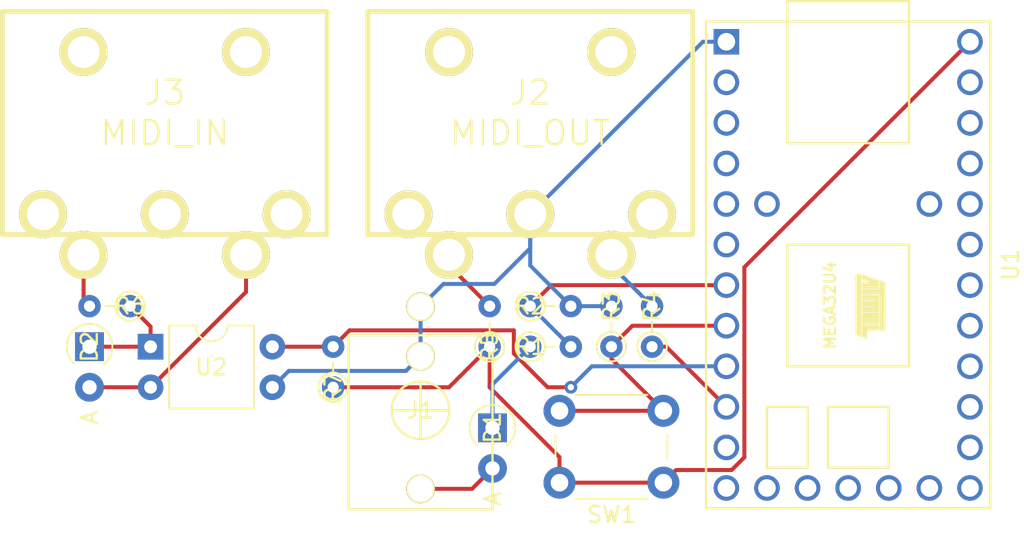
<source format=kicad_pcb>
(kicad_pcb (version 20211014) (generator pcbnew)
  (layers (0 "F.Cu" signal) (31 "B.Cu" signal) (34 "B.Paste" user) (35 "F.Paste" user) (36 "B.SilkS" user "B.Silkscreen") (37 "F.SilkS" user "F.Silkscreen") (38 "B.Mask" user) (39 "F.Mask" user) (44 "Edge.Cuts" user))
  (net 0 "")
  (net 1 "Net-(D1-Pad1)")
  (net 2 "Net-(D1-Pad2)")
  (net 3 "Net-(D2-Pad1)")
  (net 4 "Net-(D2-Pad2)")
  (net 6 "Net-(J2-Pad5)")
  (net 7 "GND")
  (net 8 "Net-(J2-Pad4)")
  (net 12 "Net-(J3-Pad4)")
  (net 14 "Net-(R1-Pad2)")
  (net 15 "Net-(R3-Pad1)")
  (net 16 "Net-(R4-Pad1)")
  (net 17 "+5V")
  (net 18 "Net-(R7-Pad2)")
  (footprint "kicad-official/Diode_THT.pretty:D_A-405_P2.54mm_Vertical_AnodeUp" (layer "F.Cu") (at 122.29 109.22 -90)
    (fp_text reference "D2" (at 0 0 -90) (layer "F.SilkS"))
    (fp_text value "1N4148")
    (fp_text user "A" (at 4.44 0 -90) (layer "F.SilkS"))
    (fp_arc (start 1.05385 0.968866) (mid -1.430816 -0.045469) (end 1.113239 -0.9) (layer "F.SilkS") (width 0.12))
    (pad "1" thru_hole rect (at 0 0 270) (size 1.8 1.8) (drill 0.9) (layers *.Cu *.Mask) (net 3 "Net-(D2-Pad1)"))
    (pad "2" thru_hole oval (at 2.54 0 270) (size 1.8 1.8) (drill 0.9) (layers *.Cu *.Mask) (net 4 "Net-(D2-Pad2)"))
  )
  (footprint "kicad-official/Resistor_THT.pretty:R_Axial_DIN0204_L3.6mm_D1.6mm_P2.54mm_Vertical" (layer "F.Cu") (at 124.83 106.68 180)
    (fp_text reference "R6" (at 0 0) (layer "F.SilkS"))
    (fp_text value "220")
    (fp_line (start 0.92 0) (end 1.54 0) (layer "F.SilkS") (width 0.12))
    (fp_circle (center 0 0) (end 0.92 0) (layer "F.SilkS") (width 0.12) (fill none))
    (pad "1" thru_hole circle (at 0 0 180) (size 1.4 1.4) (drill 0.7) (layers *.Cu *.Mask) (net 3 "Net-(D2-Pad1)"))
    (pad "2" thru_hole oval (at 2.54 0 180) (size 1.4 1.4) (drill 0.7) (layers *.Cu *.Mask) (net 12 "Net-(J3-Pad4)"))
  )
  (footprint "kicad-official/Resistor_THT.pretty:R_Axial_DIN0204_L3.6mm_D1.6mm_P2.54mm_Vertical" (layer "F.Cu") (at 149.86 109.22)
    (fp_text reference "R1" (at 0 0) (layer "F.SilkS"))
    (fp_text value "120k")
    (fp_line (start 0.92 0) (end 1.54 0) (layer "F.SilkS") (width 0.12))
    (fp_circle (center 0 0) (end 0.92 0) (layer "F.SilkS") (width 0.12) (fill none))
    (pad "1" thru_hole circle (at 0 0) (size 1.4 1.4) (drill 0.7) (layers *.Cu *.Mask) (net 1 "Net-(D1-Pad1)"))
    (pad "2" thru_hole oval (at 2.54 0) (size 1.4 1.4) (drill 0.7) (layers *.Cu *.Mask) (net 14 "Net-(R1-Pad2)"))
  )
  (footprint "kicad-official/Diode_THT.pretty:D_A-405_P2.54mm_Vertical_AnodeUp" (layer "F.Cu") (at 147.5 114.3 -90)
    (fp_text reference "D1" (at 0 0 -90) (layer "F.SilkS"))
    (fp_text value "1N4148")
    (fp_text user "A" (at 4.44 0 -90) (layer "F.SilkS"))
    (fp_arc (start 1.05385 0.968866) (mid -1.430816 -0.045469) (end 1.113239 -0.9) (layer "F.SilkS") (width 0.12))
    (pad "1" thru_hole rect (at 0 0 270) (size 1.8 1.8) (drill 0.9) (layers *.Cu *.Mask) (net 1 "Net-(D1-Pad1)"))
    (pad "2" thru_hole oval (at 2.54 0 270) (size 1.8 1.8) (drill 0.9) (layers *.Cu *.Mask) (net 2 "Net-(D1-Pad2)"))
  )
  (footprint "kicad-official/Button_Switch_THT.pretty:SW_PUSH_6mm" (layer "F.Cu") (at 158.19 117.734436 180)
    (fp_text reference "SW1" (at 3.25 -2) (layer "F.SilkS"))
    (fp_text value "SW_STARTSTOP")
    (fp_line (start -0.25 1.5) (end -0.25 3) (layer "F.SilkS") (width 0.12))
    (fp_line (start 5.5 -1) (end 1 -1) (layer "F.SilkS") (width 0.12))
    (fp_line (start 6.75 3) (end 6.75 1.5) (layer "F.SilkS") (width 0.12))
    (fp_line (start 1 5.5) (end 5.5 5.5) (layer "F.SilkS") (width 0.12))
    (pad "1" thru_hole circle (at 6.5 0 270) (size 2 2) (drill 1.1) (layers *.Cu *.Mask) (net 17 "+5V"))
    (pad "1" thru_hole circle (at 0 0 270) (size 2 2) (drill 1.1) (layers *.Cu *.Mask) (net 17 "+5V"))
    (pad "2" thru_hole circle (at 6.5 4.5 270) (size 2 2) (drill 1.1) (layers *.Cu *.Mask) (net 15 "Net-(R3-Pad1)"))
    (pad "2" thru_hole circle (at 0 4.5 270) (size 2 2) (drill 1.1) (layers *.Cu *.Mask) (net 15 "Net-(R3-Pad1)"))
  )
  (footprint "alchy/spacestudio_components.pretty:DIN_5" (layer "F.Cu") (at 127 100.925 180)
    (fp_text reference "J3" (at 0 7.62) (layer "F.SilkS") (effects (font (size 1.5 1.5))))
    (fp_text value "MIDI_IN" (at 0 5.08) (layer "F.SilkS") (effects (font (size 1.5 1.5))))
    (fp_line (start -10.16 12.7) (end 10.16 12.7) (layer "F.SilkS") (width 0.3))
    (fp_line (start -10.16 -1.27) (end -10.16 12.7) (layer "F.SilkS") (width 0.3))
    (fp_line (start 10.16 -1.27) (end -10.16 -1.27) (layer "F.SilkS") (width 0.3))
    (fp_line (start 10.16 -1.27) (end 10.16 12.7) (layer "F.SilkS") (width 0.3))
    (fp_line (start -10.16 -1.27) (end 10.16 -1.27) (layer "F.SilkS") (width 0.3))
    (fp_line (start 10.16 12.7) (end 10.16 -1.27) (layer "F.SilkS") (width 0.3))
    (pad "1" thru_hole circle locked (at 7.62 0 180) (size 3 3) (drill 2) (layers *.Cu *.Mask "F.SilkS"))
    (pad "2" thru_hole circle locked (at 0 0 180) (size 3 3) (drill 2) (layers *.Cu *.Mask "F.SilkS"))
    (pad "3" thru_hole circle locked (at -7.62 0 180) (size 3 3) (drill 2) (layers *.Cu *.Mask "F.SilkS"))
    (pad "4" thru_hole circle locked (at 5.08 -2.54 180) (size 3 3) (drill 2) (layers *.Cu *.Mask "F.SilkS") (net 12 "Net-(J3-Pad4)"))
    (pad "5" thru_hole circle locked (at -5.08 -2.54 180) (size 3 3) (drill 2) (layers *.Cu *.Mask "F.SilkS") (net 4 "Net-(D2-Pad2)"))
    (pad "6" thru_hole circle locked (at -5.08 10.16 180) (size 3 3) (drill 2) (layers *.Cu *.Mask "F.SilkS"))
    (pad "7" thru_hole circle locked (at 5.08 10.16 180) (size 3 3) (drill 2) (layers *.Cu *.Mask "F.SilkS"))
  )
  (footprint "kicad-official/Package_DIP.pretty:DIP-4_W7.62mm" (layer "F.Cu") (at 126.11 109.22)
    (fp_text reference "U2" (at 3.8 1.275) (layer "F.SilkS"))
    (fp_text value "PC817")
    (fp_line (start 6.46 -1.33) (end 4.81 -1.33) (layer "F.SilkS") (width 0.12))
    (fp_line (start 1.16 3.87) (end 6.46 3.87) (layer "F.SilkS") (width 0.12))
    (fp_line (start 1.16 -1.33) (end 1.16 3.87) (layer "F.SilkS") (width 0.12))
    (fp_line (start 6.46 3.87) (end 6.46 -1.33) (layer "F.SilkS") (width 0.12))
    (fp_line (start 2.81 -1.33) (end 1.16 -1.33) (layer "F.SilkS") (width 0.12))
    (fp_arc (start 4.81 -1.33) (mid 3.81 -0.33) (end 2.81 -1.33) (layer "F.SilkS") (width 0.12))
    (pad "1" thru_hole rect (at 0 0) (size 1.6 1.6) (drill 0.8) (layers *.Cu *.Mask) (net 3 "Net-(D2-Pad1)"))
    (pad "2" thru_hole oval (at 0 2.54) (size 1.6 1.6) (drill 0.8) (layers *.Cu *.Mask) (net 4 "Net-(D2-Pad2)"))
    (pad "3" thru_hole oval (at 7.62 2.54) (size 1.6 1.6) (drill 0.8) (layers *.Cu *.Mask) (net 7 "GND"))
    (pad "4" thru_hole oval (at 7.62 0) (size 1.6 1.6) (drill 0.8) (layers *.Cu *.Mask) (net 18 "Net-(R7-Pad2)"))
  )
  (footprint "nebs/eurocad/Eurocad.pretty:PJ301M-12" (layer "F.Cu") (at 143 113.2 180)
    (fp_text reference "J1" (at 0 0) (layer "F.SilkS"))
    (fp_text value "CLOCK_IN")
    (fp_line (start -1.8 0) (end 1.8 0) (layer "F.SilkS") (width 0.15))
    (fp_line (start 4.5 -6.2) (end 4.5 4.7) (layer "F.SilkS") (width 0.15))
    (fp_line (start 0 -1.8) (end 0 1.8) (layer "F.SilkS") (width 0.15))
    (fp_line (start -4.5 -6.2) (end 4.5 -6.2) (layer "F.SilkS") (width 0.15))
    (fp_line (start -4.5 4.7) (end 4.5 4.7) (layer "F.SilkS") (width 0.15))
    (fp_line (start -4.5 -6.2) (end -4.5 4.7) (layer "F.SilkS") (width 0.15))
    (fp_circle (center 0 0) (end 1.8 0) (layer "F.SilkS") (width 0.15) (fill none))
    (pad "G" thru_hole circle (at 0 6.48 180) (size 1.8 1.8) (drill 1.6) (layers *.Cu *.Mask "F.SilkS") (net 7 "GND"))
    (pad "S" thru_hole circle (at 0 3.38 180) (size 1.8 1.8) (drill 1.6) (layers *.Cu *.Mask "F.SilkS") (net 7 "GND"))
    (pad "T" thru_hole circle (at 0 -4.92 180) (size 1.8 1.8) (drill 1.6) (layers *.Cu *.Mask "F.SilkS") (net 2 "Net-(D1-Pad2)"))
  )
  (footprint "XenGi/teensy.pretty:Teensy2.0" (layer "F.Cu") (at 169.75 104.095 -90)
    (fp_text reference "U1" (at 0 -10.16 90) (layer "F.SilkS"))
    (fp_text value "Teensy2.0_(Arduino)")
    (fp_text user "MEGA32U4" (at 2.54 1.143 90) (layer "F.SilkS") (effects (font (size 0.7 0.7))))
    (fp_line (start 8.89 5.08) (end 12.7 5.08) (layer "F.SilkS") (width 0.15))
    (fp_line (start 8.89 -2.54) (end 8.89 0) (layer "F.SilkS") (width 0.15))
    (fp_line (start -1.27 -3.81) (end -1.27 3.81) (layer "F.SilkS") (width 0.15))
    (fp_line (start 12.7 2.54) (end 8.89 2.54) (layer "F.SilkS") (width 0.15))
    (fp_line (start -15.24 8.89) (end -15.24 -8.89) (layer "F.SilkS") (width 0.15))
    (fp_line (start 6.35 3.81) (end 6.35 -3.81) (layer "F.SilkS") (width 0.15))
    (fp_line (start 8.89 2.54) (end 8.89 5.08) (layer "F.SilkS") (width 0.15))
    (fp_line (start 15.24 -8.89) (end 15.24 8.89) (layer "F.SilkS") (width 0.15))
    (fp_line (start 8.89 0) (end 8.89 1.27) (layer "F.SilkS") (width 0.15))
    (fp_line (start -1.27 3.81) (end 6.35 3.81) (layer "F.SilkS") (width 0.15))
    (fp_line (start -7.62 3.81) (end -16.51 3.81) (layer "F.SilkS") (width 0.15))
    (fp_line (start -15.24 -8.89) (end 15.24 -8.89) (layer "F.SilkS") (width 0.15))
    (fp_line (start 6.35 -3.81) (end -1.27 -3.81) (layer "F.SilkS") (width 0.15))
    (fp_line (start 12.7 5.08) (end 12.7 2.54) (layer "F.SilkS") (width 0.15))
    (fp_line (start -7.62 -3.81) (end -7.62 3.81) (layer "F.SilkS") (width 0.15))
    (fp_line (start 15.24 8.89) (end -15.24 8.89) (layer "F.SilkS") (width 0.15))
    (fp_line (start -16.51 -3.81) (end -7.62 -3.81) (layer "F.SilkS") (width 0.15))
    (fp_line (start 12.7 -2.54) (end 8.89 -2.54) (layer "F.SilkS") (width 0.15))
    (fp_line (start 8.89 1.27) (end 12.7 1.27) (layer "F.SilkS") (width 0.15))
    (fp_line (start -16.51 3.81) (end -16.51 -3.81) (layer "F.SilkS") (width 0.15))
    (fp_line (start 12.7 1.27) (end 12.7 -2.54) (layer "F.SilkS") (width 0.15))
    (fp_poly (pts (xy 1.397 -0.889) (xy 1.397 -1.905) (xy 1.016 -1.905) (xy 0.635 -0.889) (xy 0.889 -0.889) (xy 1.143 -1.651) (xy 1.143 -0.889)) (layer "F.SilkS") (width 0.1) (fill solid))
    (fp_poly (pts (xy 3.81 -1.905) (xy 3.81 -0.889) (xy 4.445 -0.889) (xy 4.572 -1.143) (xy 4.064 -1.143) (xy 4.064 -1.905)) (layer "F.SilkS") (width 0.1) (fill solid))
    (fp_poly (pts (xy 4.064 -2.032) (xy 1.778 -2.032) (xy 1.778 -0.889) (xy 1.524 -0.889) (xy 1.524 -2.032) (xy 1.016 -2.032) (xy 1.143 -2.286) (xy 4.064 -2.286)) (layer "F.SilkS") (width 0.1) (fill solid))
    (fp_poly (pts (xy 0.635 -0.762) (xy 4.445 -0.762) (xy 4.318 -0.508) (xy 0.635 -0.508)) (layer "F.SilkS") (width 0.1) (fill solid))
    (fp_poly (pts (xy 2.921 -0.889) (xy 2.921 -1.905) (xy 1.905 -1.905) (xy 1.905 -0.889) (xy 2.159 -0.889) (xy 2.159 -1.651) (xy 2.286 -1.651) (xy 2.286 -0.889) (xy 2.54 -0.889) (xy 2.54 -1.651) (xy 2.667 -1.651) (xy 2.667 -0.889)) (layer "F.SilkS") (width 0.1) (fill solid))
    (fp_poly (pts (xy 3.048 -1.905) (xy 3.683 -1.905) (xy 3.683 -1.651) (xy 3.302 -1.651) (xy 3.302 -1.524) (xy 3.683 -1.524) (xy 3.683 -1.27) (xy 3.302 -1.27) (xy 3.302 -1.143) (xy 3.683 -1.143) (xy 3.683 -0.889) (xy 3.048 -0.889)) (layer "F.SilkS") (width 0.1) (fill solid))
    (pad "1" thru_hole rect locked (at -13.97 7.62 270) (size 1.6 1.6) (drill 1.1) (layers *.Cu *.Mask) (net 7 "GND"))
    (pad "2" thru_hole circle locked (at -11.43 7.62 270) (size 1.6 1.6) (drill 1.1) (layers *.Cu *.Mask))
    (pad "3" thru_hole circle locked (at -8.89 7.62 270) (size 1.6 1.6) (drill 1.1) (layers *.Cu *.Mask))
    (pad "4" thru_hole circle locked (at -6.35 7.62 270) (size 1.6 1.6) (drill 1.1) (layers *.Cu *.Mask))
    (pad "5" thru_hole circle locked (at -3.81 7.62 270) (size 1.6 1.6) (drill 1.1) (layers *.Cu *.Mask))
    (pad "6" thru_hole circle locked (at -1.27 7.62 270) (size 1.6 1.6) (drill 1.1) (layers *.Cu *.Mask))
    (pad "7" thru_hole circle locked (at 1.27 7.62 270) (size 1.6 1.6) (drill 1.1) (layers *.Cu *.Mask) (net 14 "Net-(R1-Pad2)"))
    (pad "8" thru_hole circle locked (at 3.81 7.62 270) (size 1.6 1.6) (drill 1.1) (layers *.Cu *.Mask) (net 15 "Net-(R3-Pad1)"))
    (pad "9" thru_hole circle locked (at 6.35 7.62 270) (size 1.6 1.6) (drill 1.1) (layers *.Cu *.Mask) (net 18 "Net-(R7-Pad2)"))
    (pad "10" thru_hole circle locked (at 8.89 7.62 270) (size 1.6 1.6) (drill 1.1) (layers *.Cu *.Mask) (net 16 "Net-(R4-Pad1)"))
    (pad "11" thru_hole circle locked (at 11.43 7.62 270) (size 1.6 1.6) (drill 1.1) (layers *.Cu *.Mask))
    (pad "12" thru_hole circle locked (at 13.97 7.62 270) (size 1.6 1.6) (drill 1.1) (layers *.Cu *.Mask))
    (pad "13" thru_hole circle locked (at 13.97 5.08 270) (size 1.6 1.6) (drill 1.1) (layers *.Cu *.Mask))
    (pad "14" thru_hole circle locked (at 13.97 2.54 270) (size 1.6 1.6) (drill 1.1) (layers *.Cu *.Mask))
    (pad "15" thru_hole circle locked (at 13.97 0 270) (size 1.6 1.6) (drill 1.1) (layers *.Cu *.Mask))
    (pad "16" thru_hole circle locked (at 13.97 -2.54 270) (size 1.6 1.6) (drill 1.1) (layers *.Cu *.Mask))
    (pad "17" thru_hole circle locked (at 13.97 -5.08 270) (size 1.6 1.6) (drill 1.1) (layers *.Cu *.Mask))
    (pad "18" thru_hole circle locked (at 13.97 -7.62 270) (size 1.6 1.6) (drill 1.1) (layers *.Cu *.Mask))
    (pad "19" thru_hole circle locked (at 11.43 -7.62 270) (size 1.6 1.6) (drill 1.1) (layers *.Cu *.Mask))
    (pad "20" thru_hole circle locked (at 8.89 -7.62 270) (size 1.6 1.6) (drill 1.1) (layers *.Cu *.Mask))
    (pad "21" thru_hole circle locked (at 6.35 -7.62 270) (size 1.6 1.6) (drill 1.1) (layers *.Cu *.Mask))
    (pad "22" thru_hole circle locked (at 3.81 -7.62 270) (size 1.6 1.6) (drill 1.1) (layers *.Cu *.Mask))
    (pad "23" thru_hole circle locked (at 1.27 -7.62 270) (size 1.6 1.6) (drill 1.1) (layers *.Cu *.Mask))
    (pad "24" thru_hole circle locked (at -1.27 -7.62 270) (size 1.6 1.6) (drill 1.1) (layers *.Cu *.Mask))
    (pad "25" thru_hole circle locked (at -3.81 -7.62 270) (size 1.6 1.6) (drill 1.1) (layers *.Cu *.Mask))
    (pad "26" thru_hole circle locked (at -6.35 -7.62 270) (size 1.6 1.6) (drill 1.1) (layers *.Cu *.Mask))
    (pad "27" thru_hole circle locked (at -8.89 -7.62 270) (size 1.6 1.6) (drill 1.1) (layers *.Cu *.Mask))
    (pad "28" thru_hole circle locked (at -11.43 -7.62 270) (size 1.6 1.6) (drill 1.1) (layers *.Cu *.Mask))
    (pad "29" thru_hole circle locked (at -13.97 -7.62 270) (size 1.6 1.6) (drill 1.1) (layers *.Cu *.Mask) (net 17 "+5V"))
    (pad "30" thru_hole circle locked (at -3.81 5.08 270) (size 1.6 1.6) (drill 1.1) (layers *.Cu *.Mask))
    (pad "31" thru_hole circle locked (at -3.81 -5.08 270) (size 1.6 1.6) (drill 1.1) (layers *.Cu *.Mask))
  )
  (footprint "kicad-official/Resistor_THT.pretty:R_Axial_DIN0204_L3.6mm_D1.6mm_P2.54mm_Vertical" (layer "F.Cu") (at 157.48 109.22 90)
    (fp_text reference "R4" (at 2.54 0 90) (layer "F.SilkS"))
    (fp_text value "220")
    (fp_line (start 0.92 0) (end 1.54 0) (layer "F.SilkS") (width 0.12))
    (fp_circle (center 0 0) (end 0.92 0) (layer "F.SilkS") (width 0.12) (fill none))
    (pad "1" thru_hole circle (at 0 0 90) (size 1.4 1.4) (drill 0.7) (layers *.Cu *.Mask) (net 16 "Net-(R4-Pad1)"))
    (pad "2" thru_hole oval (at 2.54 0 90) (size 1.4 1.4) (drill 0.7) (layers *.Cu *.Mask) (net 6 "Net-(J2-Pad5)"))
  )
  (footprint "kicad-official/Resistor_THT.pretty:R_Axial_DIN0204_L3.6mm_D1.6mm_P2.54mm_Vertical" (layer "F.Cu") (at 149.86 106.68)
    (fp_text reference "R2" (at 0 0) (layer "F.SilkS"))
    (fp_text value "100k")
    (fp_line (start 0.92 0) (end 1.54 0) (layer "F.SilkS") (width 0.12))
    (fp_circle (center 0 0) (end 0.92 0) (layer "F.SilkS") (width 0.12) (fill none))
    (pad "1" thru_hole circle (at 0 0) (size 1.4 1.4) (drill 0.7) (layers *.Cu *.Mask) (net 14 "Net-(R1-Pad2)"))
    (pad "2" thru_hole oval (at 2.54 0) (size 1.4 1.4) (drill 0.7) (layers *.Cu *.Mask) (net 7 "GND"))
  )
  (footprint "kicad-official/Resistor_THT.pretty:R_Axial_DIN0204_L3.6mm_D1.6mm_P2.54mm_Vertical" (layer "F.Cu") (at 137.53 111.76 90)
    (fp_text reference "R7" (at 0 0 90) (layer "F.SilkS"))
    (fp_text value "220")
    (fp_line (start 0.92 0) (end 1.54 0) (layer "F.SilkS") (width 0.12))
    (fp_circle (center 0 0) (end 0.92 0) (layer "F.SilkS") (width 0.12) (fill none))
    (pad "1" thru_hole circle (at 0 0 90) (size 1.4 1.4) (drill 0.7) (layers *.Cu *.Mask) (net 17 "+5V"))
    (pad "2" thru_hole oval (at 2.54 0 90) (size 1.4 1.4) (drill 0.7) (layers *.Cu *.Mask) (net 18 "Net-(R7-Pad2)"))
  )
  (footprint "kicad-official/Resistor_THT.pretty:R_Axial_DIN0204_L3.6mm_D1.6mm_P2.54mm_Vertical" (layer "F.Cu") (at 147.32 109.22 90)
    (fp_text reference "R5" (at 0 0 90) (layer "F.SilkS"))
    (fp_text value "220")
    (fp_line (start 0.92 0) (end 1.54 0) (layer "F.SilkS") (width 0.12))
    (fp_circle (center 0 0) (end 0.92 0) (layer "F.SilkS") (width 0.12) (fill none))
    (pad "1" thru_hole circle (at 0 0 90) (size 1.4 1.4) (drill 0.7) (layers *.Cu *.Mask) (net 17 "+5V"))
    (pad "2" thru_hole oval (at 2.54 0 90) (size 1.4 1.4) (drill 0.7) (layers *.Cu *.Mask) (net 8 "Net-(J2-Pad4)"))
  )
  (footprint "kicad-official/Resistor_THT.pretty:R_Axial_DIN0204_L3.6mm_D1.6mm_P2.54mm_Vertical" (layer "F.Cu") (at 154.94 109.22 90)
    (fp_text reference "R3" (at 2.54 0 90) (layer "F.SilkS"))
    (fp_text value "10k")
    (fp_line (start 0.92 0) (end 1.54 0) (layer "F.SilkS") (width 0.12))
    (fp_circle (center 0 0) (end 0.92 0) (layer "F.SilkS") (width 0.12) (fill none))
    (pad "1" thru_hole circle (at 0 0 90) (size 1.4 1.4) (drill 0.7) (layers *.Cu *.Mask) (net 15 "Net-(R3-Pad1)"))
    (pad "2" thru_hole oval (at 2.54 0 90) (size 1.4 1.4) (drill 0.7) (layers *.Cu *.Mask) (net 7 "GND"))
  )
  (footprint "alchy/spacestudio_components.pretty:DIN_5" (layer "F.Cu") (at 149.86 100.925 180)
    (fp_text reference "J2" (at 0 7.62) (layer "F.SilkS") (effects (font (size 1.5 1.5))))
    (fp_text value "MIDI_OUT" (at 0 5.08) (layer "F.SilkS") (effects (font (size 1.5 1.5))))
    (fp_line (start -10.16 12.7) (end 10.16 12.7) (layer "F.SilkS") (width 0.3))
    (fp_line (start -10.16 -1.27) (end -10.16 12.7) (layer "F.SilkS") (width 0.3))
    (fp_line (start -10.16 -1.27) (end 10.16 -1.27) (layer "F.SilkS") (width 0.3))
    (fp_line (start 10.16 -1.27) (end 10.16 12.7) (layer "F.SilkS") (width 0.3))
    (fp_line (start 10.16 -1.27) (end -10.16 -1.27) (layer "F.SilkS") (width 0.3))
    (fp_line (start 10.16 12.7) (end 10.16 -1.27) (layer "F.SilkS") (width 0.3))
    (pad "1" thru_hole circle locked (at 7.62 0 180) (size 3 3) (drill 2) (layers *.Cu *.Mask "F.SilkS"))
    (pad "2" thru_hole circle locked (at 0 0 180) (size 3 3) (drill 2) (layers *.Cu *.Mask "F.SilkS") (net 7 "GND"))
    (pad "3" thru_hole circle locked (at -7.62 0 180) (size 3 3) (drill 2) (layers *.Cu *.Mask "F.SilkS"))
    (pad "4" thru_hole circle locked (at 5.08 -2.54 180) (size 3 3) (drill 2) (layers *.Cu *.Mask "F.SilkS") (net 8 "Net-(J2-Pad4)"))
    (pad "5" thru_hole circle locked (at -5.08 -2.54 180) (size 3 3) (drill 2) (layers *.Cu *.Mask "F.SilkS") (net 6 "Net-(J2-Pad5)"))
    (pad "6" thru_hole circle locked (at -5.08 10.16 180) (size 3 3) (drill 2) (layers *.Cu *.Mask "F.SilkS"))
    (pad "7" thru_hole circle locked (at 5.08 10.16 180) (size 3 3) (drill 2) (layers *.Cu *.Mask "F.SilkS"))
  )
  (segment (start 147.5 114.3) (end 147.5 111.58) (width 0.25) (layer "B.Cu") (net 1))
  (segment (start 147.5 111.58) (end 149.86 109.22) (width 0.25) (layer "B.Cu") (net 1))
  (segment (start 147.5 116.84) (end 146.22 118.12) (width 0.25) (layer "F.Cu") (net 2))
  (segment (start 146.22 118.12) (end 143 118.12) (width 0.25) (layer "F.Cu") (net 2))
  (segment (start 126.11 109.22) (end 126.11 107.96) (width 0.25) (layer "F.Cu") (net 3))
  (segment (start 126.11 109.22) (end 122.29 109.22) (width 0.25) (layer "F.Cu") (net 3))
  (segment (start 126.11 107.96) (end 124.83 106.68) (width 0.25) (layer "F.Cu") (net 3))
  (segment (start 122.29 111.76) (end 126.11 111.76) (width 0.25) (layer "F.Cu") (net 4))
  (segment (start 132.08 105.79) (end 132.08 103.465) (width 0.25) (layer "F.Cu") (net 4))
  (segment (start 126.11 111.76) (end 132.08 105.79) (width 0.25) (layer "F.Cu") (net 4))
  (segment (start 154.94 104.14) (end 154.94 103.465) (width 0.25) (layer "B.Cu") (net 6))
  (segment (start 157.48 106.68) (end 154.94 104.14) (width 0.25) (layer "B.Cu") (net 6))
  (segment (start 152.4 106.68) (end 154.94 106.68) (width 0.25) (layer "B.Cu") (net 7))
  (segment (start 143 109.82) (end 142.085 110.735) (width 0.25) (layer "B.Cu") (net 7))
  (segment (start 142.085 110.735) (end 134.755 110.735) (width 0.25) (layer "B.Cu") (net 7))
  (segment (start 149.86 100.925) (end 149.86 103.04632) (width 0.25) (layer "B.Cu") (net 7))
  (segment (start 143 109.82) (end 143 106.72) (width 0.25) (layer "B.Cu") (net 7))
  (segment (start 162.13 90.125) (end 160.66 90.125) (width 0.25) (layer "B.Cu") (net 7))
  (segment (start 134.755 110.735) (end 133.73 111.76) (width 0.25) (layer "B.Cu") (net 7))
  (segment (start 160.66 90.125) (end 149.86 100.925) (width 0.25) (layer "B.Cu") (net 7))
  (segment (start 149.86 103.04632) (end 147.61632 105.29) (width 0.25) (layer "B.Cu") (net 7))
  (segment (start 149.86 100.925) (end 149.86 104.14) (width 0.25) (layer "B.Cu") (net 7))
  (segment (start 147.61632 105.29) (end 144.43 105.29) (width 0.25) (layer "B.Cu") (net 7))
  (segment (start 149.86 104.14) (end 152.4 106.68) (width 0.25) (layer "B.Cu") (net 7))
  (segment (start 144.43 105.29) (end 143 106.72) (width 0.25) (layer "B.Cu") (net 7))
  (segment (start 147.32 106.68) (end 144.78 104.14) (width 0.25) (layer "F.Cu") (net 8))
  (segment (start 144.78 104.14) (end 144.78 103.465) (width 0.25) (layer "F.Cu") (net 8))
  (segment (start 121.92 103.465) (end 121.92 106.31) (width 0.25) (layer "F.Cu") (net 12))
  (segment (start 121.92 106.31) (end 122.29 106.68) (width 0.25) (layer "F.Cu") (net 12))
  (segment (start 151.175 105.365) (end 149.86 106.68) (width 0.25) (layer "F.Cu") (net 14))
  (segment (start 162.13 105.365) (end 151.175 105.365) (width 0.25) (layer "F.Cu") (net 14))
  (segment (start 152.4 109.22) (end 149.86 106.68) (width 0.25) (layer "B.Cu") (net 14))
  (segment (start 156.255 107.905) (end 154.94 109.22) (width 0.25) (layer "F.Cu") (net 15))
  (segment (start 158.19 113.234436) (end 154.94 109.984436) (width 0.25) (layer "F.Cu") (net 15))
  (segment (start 162.13 107.905) (end 156.255 107.905) (width 0.25) (layer "F.Cu") (net 15))
  (segment (start 151.69 113.234436) (end 158.19 113.234436) (width 0.25) (layer "F.Cu") (net 15))
  (segment (start 154.94 109.984436) (end 154.94 109.22) (width 0.25) (layer "F.Cu") (net 15))
  (segment (start 158.365 109.22) (end 157.48 109.22) (width 0.25) (layer "F.Cu") (net 16))
  (segment (start 162.13 112.985) (end 158.365 109.22) (width 0.25) (layer "F.Cu") (net 16))
  (segment (start 162.46 116.94) (end 158.984436 116.94) (width 0.25) (layer "F.Cu") (net 17))
  (segment (start 151.69 117.734436) (end 151.69 116.13) (width 0.25) (layer "F.Cu") (net 17))
  (segment (start 144.78 111.76) (end 147.32 109.22) (width 0.25) (layer "F.Cu") (net 17))
  (segment (start 147.32 111.76) (end 147.32 109.22) (width 0.25) (layer "F.Cu") (net 17))
  (segment (start 158.984436 116.94) (end 158.19 117.734436) (width 0.25) (layer "F.Cu") (net 17))
  (segment (start 163.255 116.145) (end 162.46 116.94) (width 0.25) (layer "F.Cu") (net 17))
  (segment (start 137.53 111.76) (end 144.78 111.76) (width 0.25) (layer "F.Cu") (net 17))
  (segment (start 151.69 116.13) (end 147.32 111.76) (width 0.25) (layer "F.Cu") (net 17))
  (segment (start 158.19 117.734436) (end 151.69 117.734436) (width 0.25) (layer "F.Cu") (net 17))
  (segment (start 163.255 104.24) (end 163.255 116.145) (width 0.25) (layer "F.Cu") (net 17))
  (segment (start 177.37 90.125) (end 163.255 104.24) (width 0.25) (layer "F.Cu") (net 17))
  (segment (start 137.53 109.22) (end 138.555 108.195) (width 0.25) (layer "F.Cu") (net 18))
  (segment (start 133.73 109.22) (end 137.53 109.22) (width 0.25) (layer "F.Cu") (net 18))
  (segment (start 138.555 108.195) (end 148.835 108.195) (width 0.25) (layer "F.Cu") (net 18))
  (segment (start 148.835 108.195) (end 148.835 109.644569) (width 0.25) (layer "F.Cu") (net 18))
  (segment (start 150.950431 111.76) (end 152.4 111.76) (width 0.25) (layer "F.Cu") (net 18))
  (segment (start 148.835 109.644569) (end 150.950431 111.76) (width 0.25) (layer "F.Cu") (net 18))
  (via (at 152.4 111.76) (size 0.8) (drill 0.4) (layers "F.Cu" "B.Cu") (net 18))
  (segment (start 152.4 111.76) (end 153.715 110.445) (width 0.25) (layer "B.Cu") (net 18))
  (segment (start 153.715 110.445) (end 162.13 110.445) (width 0.25) (layer "B.Cu") (net 18))
)
</source>
